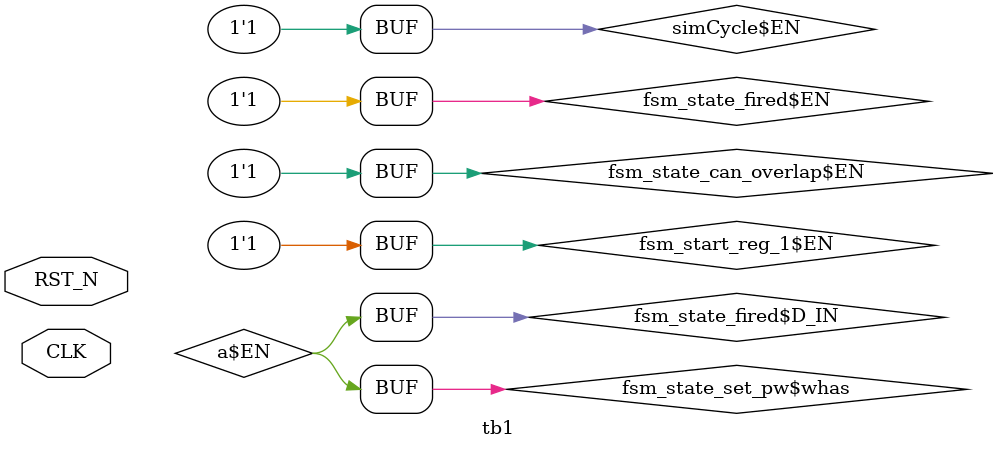
<source format=v>

`ifdef BSV_ASSIGNMENT_DELAY
`else
  `define BSV_ASSIGNMENT_DELAY
`endif

`ifdef BSV_POSITIVE_RESET
  `define BSV_RESET_VALUE 1'b1
  `define BSV_RESET_EDGE posedge
`else
  `define BSV_RESET_VALUE 1'b0
  `define BSV_RESET_EDGE negedge
`endif

module tb1(CLK,
	   RST_N);
  input  CLK;
  input  RST_N;

  // inlined wires
  wire fsm_start_wire$whas, fsm_state_set_pw$whas;

  // register a
  reg a;
  wire a$D_IN, a$EN;

  // register fsm_start_reg
  reg fsm_start_reg;
  wire fsm_start_reg$D_IN, fsm_start_reg$EN;

  // register fsm_start_reg_1
  reg fsm_start_reg_1;
  wire fsm_start_reg_1$D_IN, fsm_start_reg_1$EN;

  // register fsm_state_can_overlap
  reg fsm_state_can_overlap;
  wire fsm_state_can_overlap$D_IN, fsm_state_can_overlap$EN;

  // register fsm_state_fired
  reg fsm_state_fired;
  wire fsm_state_fired$D_IN, fsm_state_fired$EN;

  // register fsm_state_mkFSMstate
  reg [2 : 0] fsm_state_mkFSMstate;
  wire [2 : 0] fsm_state_mkFSMstate$D_IN;
  wire fsm_state_mkFSMstate$EN;

  // register simCycle
  reg [15 : 0] simCycle;
  wire [15 : 0] simCycle$D_IN;
  wire simCycle$EN;

  // rule scheduling signals
  wire WILL_FIRE_RL_always_run, WILL_FIRE_RL_fsm_fsm_start;

  // remaining internal signals
  reg [63 : 0] v__h10077, v__h10138;
  wire fsm_abort_whas_AND_fsm_abort_wget_OR_fsm_state_ETC___d44,
       fsm_start_wire_whas_AND_fsm_start_wire_wget_0__ETC___d38;

  // rule RL_always_run
  assign WILL_FIRE_RL_always_run =
	     fsm_abort_whas_AND_fsm_abort_wget_OR_fsm_state_ETC___d44 &&
	     !fsm_start_reg ;

  // rule RL_fsm_fsm_start
  assign WILL_FIRE_RL_fsm_fsm_start =
	     fsm_abort_whas_AND_fsm_abort_wget_OR_fsm_state_ETC___d44 &&
	     fsm_start_reg ;

  // inlined wires
  assign fsm_start_wire$whas =
	     WILL_FIRE_RL_fsm_fsm_start ||
	     fsm_start_reg_1 && !fsm_state_fired ;
  assign fsm_state_set_pw$whas =
	     fsm_state_mkFSMstate == 3'd1 ||
	     fsm_start_wire_whas_AND_fsm_start_wire_wget_0__ETC___d38 ;

  // register a
  assign a$D_IN = fsm_state_mkFSMstate != 3'd1 ;
  assign a$EN = fsm_state_set_pw$whas ;

  // register fsm_start_reg
  assign fsm_start_reg$D_IN = !WILL_FIRE_RL_fsm_fsm_start ;
  assign fsm_start_reg$EN =
	     WILL_FIRE_RL_fsm_fsm_start || WILL_FIRE_RL_always_run ;

  // register fsm_start_reg_1
  assign fsm_start_reg_1$D_IN = fsm_start_wire$whas ;
  assign fsm_start_reg_1$EN = 1'd1 ;

  // register fsm_state_can_overlap
  assign fsm_state_can_overlap$D_IN =
	     fsm_state_set_pw$whas || fsm_state_can_overlap ;
  assign fsm_state_can_overlap$EN = 1'd1 ;

  // register fsm_state_fired
  assign fsm_state_fired$D_IN = fsm_state_set_pw$whas ;
  assign fsm_state_fired$EN = 1'd1 ;

  // register fsm_state_mkFSMstate
  assign fsm_state_mkFSMstate$D_IN =
	     fsm_start_wire_whas_AND_fsm_start_wire_wget_0__ETC___d38 ?
	       3'd1 :
	       3'd2 ;
  assign fsm_state_mkFSMstate$EN =
	     fsm_start_wire_whas_AND_fsm_start_wire_wget_0__ETC___d38 ||
	     fsm_state_mkFSMstate == 3'd1 ;

  // register simCycle
  assign simCycle$D_IN = simCycle + 16'd1 ;
  assign simCycle$EN = 1'd1 ;

  // remaining internal signals
  assign fsm_abort_whas_AND_fsm_abort_wget_OR_fsm_state_ETC___d44 =
	     fsm_state_mkFSMstate == 3'd0 &&
	     (!fsm_start_reg_1 || fsm_state_fired) ;
  assign fsm_start_wire_whas_AND_fsm_start_wire_wget_0__ETC___d38 =
	     fsm_start_wire$whas && fsm_state_mkFSMstate == 3'd0 ||
	     fsm_state_mkFSMstate == 3'd2 ;

  // handling of inlined registers

  always@(posedge CLK)
  begin
    if (RST_N == `BSV_RESET_VALUE)
      begin
        a <= `BSV_ASSIGNMENT_DELAY 1'd0;
	fsm_start_reg <= `BSV_ASSIGNMENT_DELAY 1'd0;
	fsm_start_reg_1 <= `BSV_ASSIGNMENT_DELAY 1'd0;
	fsm_state_can_overlap <= `BSV_ASSIGNMENT_DELAY 1'd1;
	fsm_state_fired <= `BSV_ASSIGNMENT_DELAY 1'd0;
	fsm_state_mkFSMstate <= `BSV_ASSIGNMENT_DELAY 3'd0;
	simCycle <= `BSV_ASSIGNMENT_DELAY 16'd0;
      end
    else
      begin
        if (a$EN) a <= `BSV_ASSIGNMENT_DELAY a$D_IN;
	if (fsm_start_reg$EN)
	  fsm_start_reg <= `BSV_ASSIGNMENT_DELAY fsm_start_reg$D_IN;
	if (fsm_start_reg_1$EN)
	  fsm_start_reg_1 <= `BSV_ASSIGNMENT_DELAY fsm_start_reg_1$D_IN;
	if (fsm_state_can_overlap$EN)
	  fsm_state_can_overlap <= `BSV_ASSIGNMENT_DELAY
	      fsm_state_can_overlap$D_IN;
	if (fsm_state_fired$EN)
	  fsm_state_fired <= `BSV_ASSIGNMENT_DELAY fsm_state_fired$D_IN;
	if (fsm_state_mkFSMstate$EN)
	  fsm_state_mkFSMstate <= `BSV_ASSIGNMENT_DELAY
	      fsm_state_mkFSMstate$D_IN;
	if (simCycle$EN) simCycle <= `BSV_ASSIGNMENT_DELAY simCycle$D_IN;
      end
  end

  // synopsys translate_off
  `ifdef BSV_NO_INITIAL_BLOCKS
  `else // not BSV_NO_INITIAL_BLOCKS
  initial
  begin
    a = 1'h0;
    fsm_start_reg = 1'h0;
    fsm_start_reg_1 = 1'h0;
    fsm_state_can_overlap = 1'h0;
    fsm_state_fired = 1'h0;
    fsm_state_mkFSMstate = 3'h2;
    simCycle = 16'hAAAA;
  end
  `endif // BSV_NO_INITIAL_BLOCKS
  // synopsys translate_on

  // handling of system tasks

  // synopsys translate_off
  always@(negedge CLK)
  begin
    #0;
    if (RST_N != `BSV_RESET_VALUE)
      if (WILL_FIRE_RL_always_run)
	begin
	  v__h10077 = $time;
	  #0;
	end
    if (RST_N != `BSV_RESET_VALUE)
      if (WILL_FIRE_RL_always_run)
	$display("I am noww running one more step at ", v__h10077);
    if (RST_N != `BSV_RESET_VALUE)
      if (simCycle == 16'd200)
	begin
	  v__h10138 = $time;
	  #0;
	end
    if (RST_N != `BSV_RESET_VALUE)
      if (simCycle == 16'd200)
	$display("[%d]: %m: tb termination", v__h10138);
    if (RST_N != `BSV_RESET_VALUE) if (simCycle == 16'd200) $finish(32'd1);
    if (RST_N != `BSV_RESET_VALUE)
      if (fsm_start_wire_whas_AND_fsm_start_wire_wget_0__ETC___d38 &&
	  fsm_state_mkFSMstate == 3'd1)
	$display("Error: \"tests/TB1.bsv\", line 33, column 9: (R0001)\n  Mutually exclusive rules (from the ME sets [RL_fsm_action_l33c9] and\n  [RL_fsm_action_l36c9] ) fired in the same clock cycle.\n");
  end
  // synopsys translate_on
endmodule  // tb1


</source>
